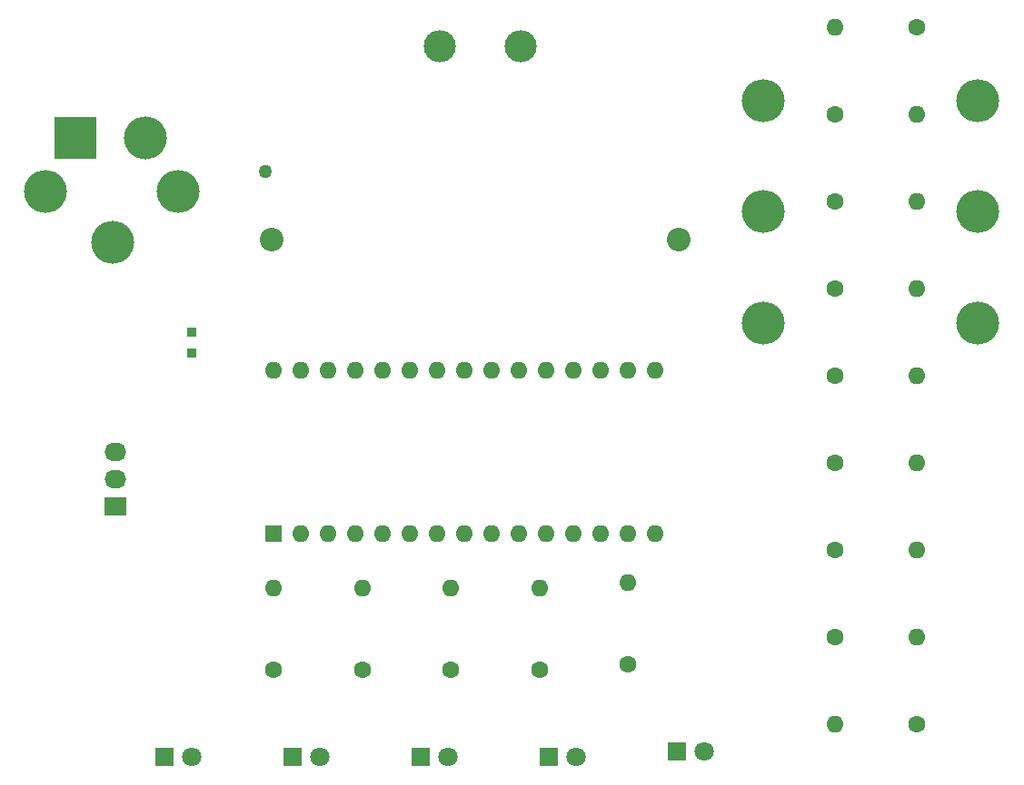
<source format=gts>
%TF.GenerationSoftware,KiCad,Pcbnew,(5.1.10)-1*%
%TF.CreationDate,2021-08-05T18:33:57-07:00*%
%TF.ProjectId,SimpleCableTesterStatics,53696d70-6c65-4436-9162-6c6554657374,rev?*%
%TF.SameCoordinates,Original*%
%TF.FileFunction,Soldermask,Top*%
%TF.FilePolarity,Negative*%
%FSLAX46Y46*%
G04 Gerber Fmt 4.6, Leading zero omitted, Abs format (unit mm)*
G04 Created by KiCad (PCBNEW (5.1.10)-1) date 2021-08-05 18:33:57*
%MOMM*%
%LPD*%
G01*
G04 APERTURE LIST*
%ADD10R,2.030000X1.730000*%
%ADD11O,2.030000X1.730000*%
%ADD12C,1.270000*%
%ADD13C,2.205000*%
%ADD14O,1.600000X1.600000*%
%ADD15C,1.600000*%
%ADD16R,1.600000X1.600000*%
%ADD17R,1.800000X1.800000*%
%ADD18C,1.800000*%
%ADD19R,0.889000X0.952500*%
%ADD20O,4.000000X4.000000*%
%ADD21R,4.000000X4.000000*%
%ADD22O,3.000000X3.000000*%
G04 APERTURE END LIST*
D10*
%TO.C,U1*%
X114808000Y-119888000D03*
D11*
X114808000Y-117348000D03*
X114808000Y-114808000D03*
%TD*%
D12*
%TO.C,.1*%
X128756000Y-88626000D03*
D13*
X129351000Y-94996000D03*
X167321000Y-94996000D03*
%TD*%
D14*
%TO.C,3-1V1*%
X181864000Y-75184000D03*
D15*
X189484000Y-75184000D03*
%TD*%
%TO.C,3-1V2*%
X181864000Y-123952000D03*
D14*
X189484000Y-123952000D03*
%TD*%
D15*
%TO.C,3-2V1*%
X181864000Y-132080000D03*
D14*
X189484000Y-132080000D03*
%TD*%
%TO.C,3-2V2*%
X181864000Y-140208000D03*
D15*
X189484000Y-140208000D03*
%TD*%
%TO.C,3.3-3V1*%
X181864000Y-99568000D03*
D14*
X189484000Y-99568000D03*
%TD*%
D15*
%TO.C,3.3-3V2*%
X181864000Y-107696000D03*
D14*
X189484000Y-107696000D03*
%TD*%
%TO.C,5-4V1*%
X189484000Y-83312000D03*
D15*
X181864000Y-83312000D03*
%TD*%
%TO.C,5-4V2*%
X181864000Y-91440000D03*
D14*
X189484000Y-91440000D03*
%TD*%
D16*
%TO.C,A1*%
X129540000Y-122428000D03*
D14*
X162560000Y-107188000D03*
X132080000Y-122428000D03*
X160020000Y-107188000D03*
X134620000Y-122428000D03*
X157480000Y-107188000D03*
X137160000Y-122428000D03*
X154940000Y-107188000D03*
X139700000Y-122428000D03*
X152400000Y-107188000D03*
X142240000Y-122428000D03*
X149860000Y-107188000D03*
X144780000Y-122428000D03*
X147320000Y-107188000D03*
X147320000Y-122428000D03*
X144780000Y-107188000D03*
X149860000Y-122428000D03*
X142240000Y-107188000D03*
X152400000Y-122428000D03*
X139700000Y-107188000D03*
X154940000Y-122428000D03*
X137160000Y-107188000D03*
X157480000Y-122428000D03*
X134620000Y-107188000D03*
X160020000Y-122428000D03*
X132080000Y-107188000D03*
X162560000Y-122428000D03*
X129540000Y-107188000D03*
X165100000Y-122428000D03*
X165100000Y-107188000D03*
%TD*%
D17*
%TO.C,Bias.1*%
X119380000Y-143256000D03*
D18*
X121920000Y-143256000D03*
%TD*%
%TO.C,R+.2*%
X133858000Y-143256000D03*
D17*
X131318000Y-143256000D03*
%TD*%
%TO.C,L+.3*%
X143256000Y-143256000D03*
D18*
X145796000Y-143256000D03*
%TD*%
D19*
%TO.C,D4*%
X121920000Y-103676450D03*
X121920000Y-105619550D03*
%TD*%
D18*
%TO.C,L-.4*%
X157734000Y-143256000D03*
D17*
X155194000Y-143256000D03*
%TD*%
%TO.C,R-.5*%
X167132000Y-142748000D03*
D18*
X169672000Y-142748000D03*
%TD*%
D14*
%TO.C,R1*%
X129540000Y-127508000D03*
D15*
X129540000Y-135128000D03*
%TD*%
%TO.C,R2*%
X137795000Y-135128000D03*
D14*
X137795000Y-127508000D03*
%TD*%
%TO.C,R3*%
X146050000Y-127508000D03*
D15*
X146050000Y-135128000D03*
%TD*%
%TO.C,R4*%
X154305000Y-135128000D03*
D14*
X154305000Y-127508000D03*
%TD*%
%TO.C,R5*%
X162560000Y-127000000D03*
D15*
X162560000Y-134620000D03*
%TD*%
D14*
%TO.C,Stay5V1*%
X189484000Y-115824000D03*
D15*
X181864000Y-115824000D03*
%TD*%
D20*
%TO.C,U2*%
X108305600Y-90500200D03*
D21*
X111074200Y-85496400D03*
D20*
X120650000Y-90500200D03*
X114554000Y-95250000D03*
X117576600Y-85496400D03*
%TD*%
%TO.C,U3*%
X175158400Y-102768400D03*
X175158400Y-92428400D03*
X175158400Y-82088400D03*
X195158400Y-92428400D03*
X195158400Y-82088400D03*
X195158400Y-102768400D03*
%TD*%
D22*
%TO.C,SW1*%
X144985400Y-76946800D03*
X152585400Y-76946800D03*
%TD*%
M02*

</source>
